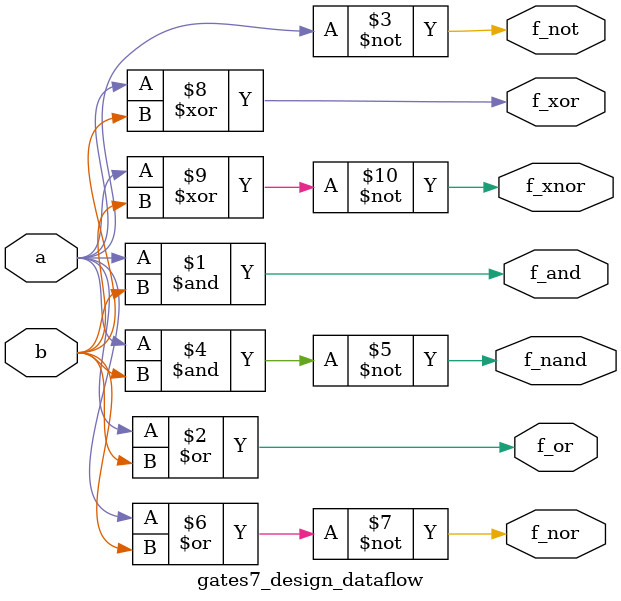
<source format=v>
`timescale 1ns / 1ps

module gates7_design_logicGates(
    input a,b,
    output f_and,f_or,f_not,f_nand,f_nor,f_xor,f_xnor
);
    and and_init(f_and,a,b);
    or or_init(f_or,a,b);
    not not_init(f_not,a);
    nand nand_init(f_nand,a,b);
    nor nor_init(f_nor,a,b);
    xor xor_init(f_xor,a,b);
    xnor xnor_init(f_xnor,a,b);
endmodule
module gates7_design_dataflow(
    input a,b,
    output f_and,f_or,f_not,f_nand,f_nor,f_xor,f_xnor
);
    assign f_and=a&b;
    assign f_or=a|b;
    assign f_not=~a;
    assign f_nand=~(a&b);
    assign f_nor=~(a|b);
    assign f_xor=a^b;
    assign f_xnor=~(a^b);
endmodule

</source>
